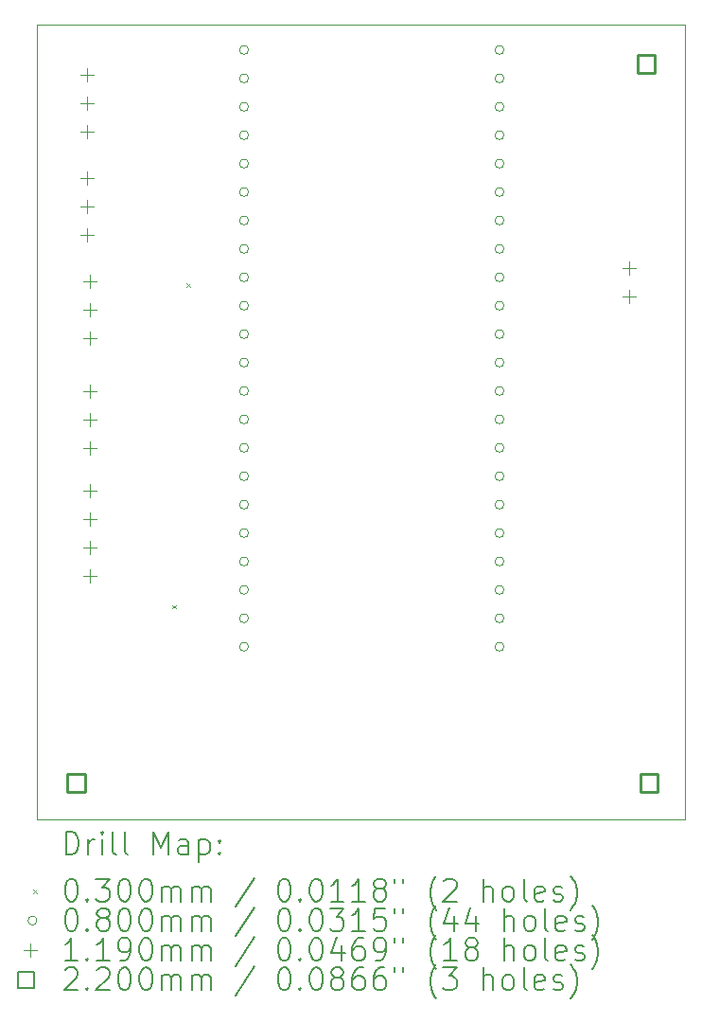
<source format=gbr>
%TF.GenerationSoftware,KiCad,Pcbnew,9.0.0*%
%TF.CreationDate,2025-07-09T15:47:30-04:00*%
%TF.ProjectId,SMACAR MAIN BOARD,534d4143-4152-4204-9d41-494e20424f41,rev?*%
%TF.SameCoordinates,Original*%
%TF.FileFunction,Drillmap*%
%TF.FilePolarity,Positive*%
%FSLAX45Y45*%
G04 Gerber Fmt 4.5, Leading zero omitted, Abs format (unit mm)*
G04 Created by KiCad (PCBNEW 9.0.0) date 2025-07-09 15:47:30*
%MOMM*%
%LPD*%
G01*
G04 APERTURE LIST*
%ADD10C,0.050000*%
%ADD11C,0.200000*%
%ADD12C,0.100000*%
%ADD13C,0.119000*%
%ADD14C,0.220000*%
G04 APERTURE END LIST*
D10*
X10250000Y-3050000D02*
X16050000Y-3050000D01*
X16050000Y-10150000D01*
X10250000Y-10150000D01*
X10250000Y-3050000D01*
D11*
D12*
X11460000Y-8235000D02*
X11490000Y-8265000D01*
X11490000Y-8235000D02*
X11460000Y-8265000D01*
X11585000Y-5360000D02*
X11615000Y-5390000D01*
X11615000Y-5360000D02*
X11585000Y-5390000D01*
X12140000Y-8100000D02*
G75*
G02*
X12060000Y-8100000I-40000J0D01*
G01*
X12060000Y-8100000D02*
G75*
G02*
X12140000Y-8100000I40000J0D01*
G01*
X12140000Y-8354000D02*
G75*
G02*
X12060000Y-8354000I-40000J0D01*
G01*
X12060000Y-8354000D02*
G75*
G02*
X12140000Y-8354000I40000J0D01*
G01*
X12140000Y-8608000D02*
G75*
G02*
X12060000Y-8608000I-40000J0D01*
G01*
X12060000Y-8608000D02*
G75*
G02*
X12140000Y-8608000I40000J0D01*
G01*
X12140368Y-3274272D02*
G75*
G02*
X12060368Y-3274272I-40000J0D01*
G01*
X12060368Y-3274272D02*
G75*
G02*
X12140368Y-3274272I40000J0D01*
G01*
X12140368Y-3528272D02*
G75*
G02*
X12060368Y-3528272I-40000J0D01*
G01*
X12060368Y-3528272D02*
G75*
G02*
X12140368Y-3528272I40000J0D01*
G01*
X12140368Y-3782272D02*
G75*
G02*
X12060368Y-3782272I-40000J0D01*
G01*
X12060368Y-3782272D02*
G75*
G02*
X12140368Y-3782272I40000J0D01*
G01*
X12140368Y-4036272D02*
G75*
G02*
X12060368Y-4036272I-40000J0D01*
G01*
X12060368Y-4036272D02*
G75*
G02*
X12140368Y-4036272I40000J0D01*
G01*
X12140368Y-4290272D02*
G75*
G02*
X12060368Y-4290272I-40000J0D01*
G01*
X12060368Y-4290272D02*
G75*
G02*
X12140368Y-4290272I40000J0D01*
G01*
X12140368Y-4544272D02*
G75*
G02*
X12060368Y-4544272I-40000J0D01*
G01*
X12060368Y-4544272D02*
G75*
G02*
X12140368Y-4544272I40000J0D01*
G01*
X12140368Y-4798272D02*
G75*
G02*
X12060368Y-4798272I-40000J0D01*
G01*
X12060368Y-4798272D02*
G75*
G02*
X12140368Y-4798272I40000J0D01*
G01*
X12140368Y-5052272D02*
G75*
G02*
X12060368Y-5052272I-40000J0D01*
G01*
X12060368Y-5052272D02*
G75*
G02*
X12140368Y-5052272I40000J0D01*
G01*
X12140368Y-5306272D02*
G75*
G02*
X12060368Y-5306272I-40000J0D01*
G01*
X12060368Y-5306272D02*
G75*
G02*
X12140368Y-5306272I40000J0D01*
G01*
X12140368Y-5560272D02*
G75*
G02*
X12060368Y-5560272I-40000J0D01*
G01*
X12060368Y-5560272D02*
G75*
G02*
X12140368Y-5560272I40000J0D01*
G01*
X12140368Y-5814272D02*
G75*
G02*
X12060368Y-5814272I-40000J0D01*
G01*
X12060368Y-5814272D02*
G75*
G02*
X12140368Y-5814272I40000J0D01*
G01*
X12140368Y-6068272D02*
G75*
G02*
X12060368Y-6068272I-40000J0D01*
G01*
X12060368Y-6068272D02*
G75*
G02*
X12140368Y-6068272I40000J0D01*
G01*
X12140368Y-6322272D02*
G75*
G02*
X12060368Y-6322272I-40000J0D01*
G01*
X12060368Y-6322272D02*
G75*
G02*
X12140368Y-6322272I40000J0D01*
G01*
X12140368Y-6576272D02*
G75*
G02*
X12060368Y-6576272I-40000J0D01*
G01*
X12060368Y-6576272D02*
G75*
G02*
X12140368Y-6576272I40000J0D01*
G01*
X12140368Y-6830272D02*
G75*
G02*
X12060368Y-6830272I-40000J0D01*
G01*
X12060368Y-6830272D02*
G75*
G02*
X12140368Y-6830272I40000J0D01*
G01*
X12140368Y-7084272D02*
G75*
G02*
X12060368Y-7084272I-40000J0D01*
G01*
X12060368Y-7084272D02*
G75*
G02*
X12140368Y-7084272I40000J0D01*
G01*
X12140368Y-7338272D02*
G75*
G02*
X12060368Y-7338272I-40000J0D01*
G01*
X12060368Y-7338272D02*
G75*
G02*
X12140368Y-7338272I40000J0D01*
G01*
X12140368Y-7592272D02*
G75*
G02*
X12060368Y-7592272I-40000J0D01*
G01*
X12060368Y-7592272D02*
G75*
G02*
X12140368Y-7592272I40000J0D01*
G01*
X12140368Y-7846272D02*
G75*
G02*
X12060368Y-7846272I-40000J0D01*
G01*
X12060368Y-7846272D02*
G75*
G02*
X12140368Y-7846272I40000J0D01*
G01*
X14426368Y-3274272D02*
G75*
G02*
X14346368Y-3274272I-40000J0D01*
G01*
X14346368Y-3274272D02*
G75*
G02*
X14426368Y-3274272I40000J0D01*
G01*
X14426368Y-3528272D02*
G75*
G02*
X14346368Y-3528272I-40000J0D01*
G01*
X14346368Y-3528272D02*
G75*
G02*
X14426368Y-3528272I40000J0D01*
G01*
X14426368Y-3782272D02*
G75*
G02*
X14346368Y-3782272I-40000J0D01*
G01*
X14346368Y-3782272D02*
G75*
G02*
X14426368Y-3782272I40000J0D01*
G01*
X14426368Y-4036272D02*
G75*
G02*
X14346368Y-4036272I-40000J0D01*
G01*
X14346368Y-4036272D02*
G75*
G02*
X14426368Y-4036272I40000J0D01*
G01*
X14426368Y-4290272D02*
G75*
G02*
X14346368Y-4290272I-40000J0D01*
G01*
X14346368Y-4290272D02*
G75*
G02*
X14426368Y-4290272I40000J0D01*
G01*
X14426368Y-4544272D02*
G75*
G02*
X14346368Y-4544272I-40000J0D01*
G01*
X14346368Y-4544272D02*
G75*
G02*
X14426368Y-4544272I40000J0D01*
G01*
X14426368Y-4798272D02*
G75*
G02*
X14346368Y-4798272I-40000J0D01*
G01*
X14346368Y-4798272D02*
G75*
G02*
X14426368Y-4798272I40000J0D01*
G01*
X14426368Y-5052272D02*
G75*
G02*
X14346368Y-5052272I-40000J0D01*
G01*
X14346368Y-5052272D02*
G75*
G02*
X14426368Y-5052272I40000J0D01*
G01*
X14426368Y-5306272D02*
G75*
G02*
X14346368Y-5306272I-40000J0D01*
G01*
X14346368Y-5306272D02*
G75*
G02*
X14426368Y-5306272I40000J0D01*
G01*
X14426368Y-5560272D02*
G75*
G02*
X14346368Y-5560272I-40000J0D01*
G01*
X14346368Y-5560272D02*
G75*
G02*
X14426368Y-5560272I40000J0D01*
G01*
X14426368Y-5814272D02*
G75*
G02*
X14346368Y-5814272I-40000J0D01*
G01*
X14346368Y-5814272D02*
G75*
G02*
X14426368Y-5814272I40000J0D01*
G01*
X14426368Y-6068272D02*
G75*
G02*
X14346368Y-6068272I-40000J0D01*
G01*
X14346368Y-6068272D02*
G75*
G02*
X14426368Y-6068272I40000J0D01*
G01*
X14426368Y-6322272D02*
G75*
G02*
X14346368Y-6322272I-40000J0D01*
G01*
X14346368Y-6322272D02*
G75*
G02*
X14426368Y-6322272I40000J0D01*
G01*
X14426368Y-6576272D02*
G75*
G02*
X14346368Y-6576272I-40000J0D01*
G01*
X14346368Y-6576272D02*
G75*
G02*
X14426368Y-6576272I40000J0D01*
G01*
X14426368Y-6830272D02*
G75*
G02*
X14346368Y-6830272I-40000J0D01*
G01*
X14346368Y-6830272D02*
G75*
G02*
X14426368Y-6830272I40000J0D01*
G01*
X14426368Y-7084272D02*
G75*
G02*
X14346368Y-7084272I-40000J0D01*
G01*
X14346368Y-7084272D02*
G75*
G02*
X14426368Y-7084272I40000J0D01*
G01*
X14426368Y-7338272D02*
G75*
G02*
X14346368Y-7338272I-40000J0D01*
G01*
X14346368Y-7338272D02*
G75*
G02*
X14426368Y-7338272I40000J0D01*
G01*
X14426368Y-7592272D02*
G75*
G02*
X14346368Y-7592272I-40000J0D01*
G01*
X14346368Y-7592272D02*
G75*
G02*
X14426368Y-7592272I40000J0D01*
G01*
X14426368Y-7846272D02*
G75*
G02*
X14346368Y-7846272I-40000J0D01*
G01*
X14346368Y-7846272D02*
G75*
G02*
X14426368Y-7846272I40000J0D01*
G01*
X14426368Y-8100272D02*
G75*
G02*
X14346368Y-8100272I-40000J0D01*
G01*
X14346368Y-8100272D02*
G75*
G02*
X14426368Y-8100272I40000J0D01*
G01*
X14426368Y-8354272D02*
G75*
G02*
X14346368Y-8354272I-40000J0D01*
G01*
X14346368Y-8354272D02*
G75*
G02*
X14426368Y-8354272I40000J0D01*
G01*
X14426368Y-8608272D02*
G75*
G02*
X14346368Y-8608272I-40000J0D01*
G01*
X14346368Y-8608272D02*
G75*
G02*
X14426368Y-8608272I40000J0D01*
G01*
D13*
X10700000Y-3436500D02*
X10700000Y-3555500D01*
X10640500Y-3496000D02*
X10759500Y-3496000D01*
X10700000Y-3690500D02*
X10700000Y-3809500D01*
X10640500Y-3750000D02*
X10759500Y-3750000D01*
X10700000Y-3944500D02*
X10700000Y-4063500D01*
X10640500Y-4004000D02*
X10759500Y-4004000D01*
X10700000Y-4361500D02*
X10700000Y-4480500D01*
X10640500Y-4421000D02*
X10759500Y-4421000D01*
X10700000Y-4615500D02*
X10700000Y-4734500D01*
X10640500Y-4675000D02*
X10759500Y-4675000D01*
X10700000Y-4869500D02*
X10700000Y-4988500D01*
X10640500Y-4929000D02*
X10759500Y-4929000D01*
X10721000Y-5286500D02*
X10721000Y-5405500D01*
X10661500Y-5346000D02*
X10780500Y-5346000D01*
X10721000Y-5540500D02*
X10721000Y-5659500D01*
X10661500Y-5600000D02*
X10780500Y-5600000D01*
X10721000Y-5794500D02*
X10721000Y-5913500D01*
X10661500Y-5854000D02*
X10780500Y-5854000D01*
X10725000Y-6261500D02*
X10725000Y-6380500D01*
X10665500Y-6321000D02*
X10784500Y-6321000D01*
X10725000Y-6515500D02*
X10725000Y-6634500D01*
X10665500Y-6575000D02*
X10784500Y-6575000D01*
X10725000Y-6769500D02*
X10725000Y-6888500D01*
X10665500Y-6829000D02*
X10784500Y-6829000D01*
X10725000Y-7157500D02*
X10725000Y-7276500D01*
X10665500Y-7217000D02*
X10784500Y-7217000D01*
X10725000Y-7411500D02*
X10725000Y-7530500D01*
X10665500Y-7471000D02*
X10784500Y-7471000D01*
X10725000Y-7665500D02*
X10725000Y-7784500D01*
X10665500Y-7725000D02*
X10784500Y-7725000D01*
X10725000Y-7919500D02*
X10725000Y-8038500D01*
X10665500Y-7979000D02*
X10784500Y-7979000D01*
X15548000Y-5163500D02*
X15548000Y-5282500D01*
X15488500Y-5223000D02*
X15607500Y-5223000D01*
X15548000Y-5417500D02*
X15548000Y-5536500D01*
X15488500Y-5477000D02*
X15607500Y-5477000D01*
D14*
X10677783Y-9902783D02*
X10677783Y-9747218D01*
X10522218Y-9747218D01*
X10522218Y-9902783D01*
X10677783Y-9902783D01*
X15777782Y-3477782D02*
X15777782Y-3322217D01*
X15622217Y-3322217D01*
X15622217Y-3477782D01*
X15777782Y-3477782D01*
X15802782Y-9902783D02*
X15802782Y-9747218D01*
X15647217Y-9747218D01*
X15647217Y-9902783D01*
X15802782Y-9902783D01*
D11*
X10508277Y-10463984D02*
X10508277Y-10263984D01*
X10508277Y-10263984D02*
X10555896Y-10263984D01*
X10555896Y-10263984D02*
X10584467Y-10273508D01*
X10584467Y-10273508D02*
X10603515Y-10292555D01*
X10603515Y-10292555D02*
X10613039Y-10311603D01*
X10613039Y-10311603D02*
X10622563Y-10349698D01*
X10622563Y-10349698D02*
X10622563Y-10378270D01*
X10622563Y-10378270D02*
X10613039Y-10416365D01*
X10613039Y-10416365D02*
X10603515Y-10435412D01*
X10603515Y-10435412D02*
X10584467Y-10454460D01*
X10584467Y-10454460D02*
X10555896Y-10463984D01*
X10555896Y-10463984D02*
X10508277Y-10463984D01*
X10708277Y-10463984D02*
X10708277Y-10330650D01*
X10708277Y-10368746D02*
X10717801Y-10349698D01*
X10717801Y-10349698D02*
X10727324Y-10340174D01*
X10727324Y-10340174D02*
X10746372Y-10330650D01*
X10746372Y-10330650D02*
X10765420Y-10330650D01*
X10832086Y-10463984D02*
X10832086Y-10330650D01*
X10832086Y-10263984D02*
X10822563Y-10273508D01*
X10822563Y-10273508D02*
X10832086Y-10283031D01*
X10832086Y-10283031D02*
X10841610Y-10273508D01*
X10841610Y-10273508D02*
X10832086Y-10263984D01*
X10832086Y-10263984D02*
X10832086Y-10283031D01*
X10955896Y-10463984D02*
X10936848Y-10454460D01*
X10936848Y-10454460D02*
X10927324Y-10435412D01*
X10927324Y-10435412D02*
X10927324Y-10263984D01*
X11060658Y-10463984D02*
X11041610Y-10454460D01*
X11041610Y-10454460D02*
X11032086Y-10435412D01*
X11032086Y-10435412D02*
X11032086Y-10263984D01*
X11289229Y-10463984D02*
X11289229Y-10263984D01*
X11289229Y-10263984D02*
X11355896Y-10406841D01*
X11355896Y-10406841D02*
X11422562Y-10263984D01*
X11422562Y-10263984D02*
X11422562Y-10463984D01*
X11603515Y-10463984D02*
X11603515Y-10359222D01*
X11603515Y-10359222D02*
X11593991Y-10340174D01*
X11593991Y-10340174D02*
X11574943Y-10330650D01*
X11574943Y-10330650D02*
X11536848Y-10330650D01*
X11536848Y-10330650D02*
X11517801Y-10340174D01*
X11603515Y-10454460D02*
X11584467Y-10463984D01*
X11584467Y-10463984D02*
X11536848Y-10463984D01*
X11536848Y-10463984D02*
X11517801Y-10454460D01*
X11517801Y-10454460D02*
X11508277Y-10435412D01*
X11508277Y-10435412D02*
X11508277Y-10416365D01*
X11508277Y-10416365D02*
X11517801Y-10397317D01*
X11517801Y-10397317D02*
X11536848Y-10387793D01*
X11536848Y-10387793D02*
X11584467Y-10387793D01*
X11584467Y-10387793D02*
X11603515Y-10378270D01*
X11698753Y-10330650D02*
X11698753Y-10530650D01*
X11698753Y-10340174D02*
X11717801Y-10330650D01*
X11717801Y-10330650D02*
X11755896Y-10330650D01*
X11755896Y-10330650D02*
X11774943Y-10340174D01*
X11774943Y-10340174D02*
X11784467Y-10349698D01*
X11784467Y-10349698D02*
X11793991Y-10368746D01*
X11793991Y-10368746D02*
X11793991Y-10425889D01*
X11793991Y-10425889D02*
X11784467Y-10444936D01*
X11784467Y-10444936D02*
X11774943Y-10454460D01*
X11774943Y-10454460D02*
X11755896Y-10463984D01*
X11755896Y-10463984D02*
X11717801Y-10463984D01*
X11717801Y-10463984D02*
X11698753Y-10454460D01*
X11879705Y-10444936D02*
X11889229Y-10454460D01*
X11889229Y-10454460D02*
X11879705Y-10463984D01*
X11879705Y-10463984D02*
X11870182Y-10454460D01*
X11870182Y-10454460D02*
X11879705Y-10444936D01*
X11879705Y-10444936D02*
X11879705Y-10463984D01*
X11879705Y-10340174D02*
X11889229Y-10349698D01*
X11889229Y-10349698D02*
X11879705Y-10359222D01*
X11879705Y-10359222D02*
X11870182Y-10349698D01*
X11870182Y-10349698D02*
X11879705Y-10340174D01*
X11879705Y-10340174D02*
X11879705Y-10359222D01*
D12*
X10217500Y-10777500D02*
X10247500Y-10807500D01*
X10247500Y-10777500D02*
X10217500Y-10807500D01*
D11*
X10546372Y-10683984D02*
X10565420Y-10683984D01*
X10565420Y-10683984D02*
X10584467Y-10693508D01*
X10584467Y-10693508D02*
X10593991Y-10703031D01*
X10593991Y-10703031D02*
X10603515Y-10722079D01*
X10603515Y-10722079D02*
X10613039Y-10760174D01*
X10613039Y-10760174D02*
X10613039Y-10807793D01*
X10613039Y-10807793D02*
X10603515Y-10845889D01*
X10603515Y-10845889D02*
X10593991Y-10864936D01*
X10593991Y-10864936D02*
X10584467Y-10874460D01*
X10584467Y-10874460D02*
X10565420Y-10883984D01*
X10565420Y-10883984D02*
X10546372Y-10883984D01*
X10546372Y-10883984D02*
X10527324Y-10874460D01*
X10527324Y-10874460D02*
X10517801Y-10864936D01*
X10517801Y-10864936D02*
X10508277Y-10845889D01*
X10508277Y-10845889D02*
X10498753Y-10807793D01*
X10498753Y-10807793D02*
X10498753Y-10760174D01*
X10498753Y-10760174D02*
X10508277Y-10722079D01*
X10508277Y-10722079D02*
X10517801Y-10703031D01*
X10517801Y-10703031D02*
X10527324Y-10693508D01*
X10527324Y-10693508D02*
X10546372Y-10683984D01*
X10698753Y-10864936D02*
X10708277Y-10874460D01*
X10708277Y-10874460D02*
X10698753Y-10883984D01*
X10698753Y-10883984D02*
X10689229Y-10874460D01*
X10689229Y-10874460D02*
X10698753Y-10864936D01*
X10698753Y-10864936D02*
X10698753Y-10883984D01*
X10774944Y-10683984D02*
X10898753Y-10683984D01*
X10898753Y-10683984D02*
X10832086Y-10760174D01*
X10832086Y-10760174D02*
X10860658Y-10760174D01*
X10860658Y-10760174D02*
X10879705Y-10769698D01*
X10879705Y-10769698D02*
X10889229Y-10779222D01*
X10889229Y-10779222D02*
X10898753Y-10798270D01*
X10898753Y-10798270D02*
X10898753Y-10845889D01*
X10898753Y-10845889D02*
X10889229Y-10864936D01*
X10889229Y-10864936D02*
X10879705Y-10874460D01*
X10879705Y-10874460D02*
X10860658Y-10883984D01*
X10860658Y-10883984D02*
X10803515Y-10883984D01*
X10803515Y-10883984D02*
X10784467Y-10874460D01*
X10784467Y-10874460D02*
X10774944Y-10864936D01*
X11022563Y-10683984D02*
X11041610Y-10683984D01*
X11041610Y-10683984D02*
X11060658Y-10693508D01*
X11060658Y-10693508D02*
X11070182Y-10703031D01*
X11070182Y-10703031D02*
X11079705Y-10722079D01*
X11079705Y-10722079D02*
X11089229Y-10760174D01*
X11089229Y-10760174D02*
X11089229Y-10807793D01*
X11089229Y-10807793D02*
X11079705Y-10845889D01*
X11079705Y-10845889D02*
X11070182Y-10864936D01*
X11070182Y-10864936D02*
X11060658Y-10874460D01*
X11060658Y-10874460D02*
X11041610Y-10883984D01*
X11041610Y-10883984D02*
X11022563Y-10883984D01*
X11022563Y-10883984D02*
X11003515Y-10874460D01*
X11003515Y-10874460D02*
X10993991Y-10864936D01*
X10993991Y-10864936D02*
X10984467Y-10845889D01*
X10984467Y-10845889D02*
X10974944Y-10807793D01*
X10974944Y-10807793D02*
X10974944Y-10760174D01*
X10974944Y-10760174D02*
X10984467Y-10722079D01*
X10984467Y-10722079D02*
X10993991Y-10703031D01*
X10993991Y-10703031D02*
X11003515Y-10693508D01*
X11003515Y-10693508D02*
X11022563Y-10683984D01*
X11213039Y-10683984D02*
X11232086Y-10683984D01*
X11232086Y-10683984D02*
X11251134Y-10693508D01*
X11251134Y-10693508D02*
X11260658Y-10703031D01*
X11260658Y-10703031D02*
X11270182Y-10722079D01*
X11270182Y-10722079D02*
X11279705Y-10760174D01*
X11279705Y-10760174D02*
X11279705Y-10807793D01*
X11279705Y-10807793D02*
X11270182Y-10845889D01*
X11270182Y-10845889D02*
X11260658Y-10864936D01*
X11260658Y-10864936D02*
X11251134Y-10874460D01*
X11251134Y-10874460D02*
X11232086Y-10883984D01*
X11232086Y-10883984D02*
X11213039Y-10883984D01*
X11213039Y-10883984D02*
X11193991Y-10874460D01*
X11193991Y-10874460D02*
X11184467Y-10864936D01*
X11184467Y-10864936D02*
X11174944Y-10845889D01*
X11174944Y-10845889D02*
X11165420Y-10807793D01*
X11165420Y-10807793D02*
X11165420Y-10760174D01*
X11165420Y-10760174D02*
X11174944Y-10722079D01*
X11174944Y-10722079D02*
X11184467Y-10703031D01*
X11184467Y-10703031D02*
X11193991Y-10693508D01*
X11193991Y-10693508D02*
X11213039Y-10683984D01*
X11365420Y-10883984D02*
X11365420Y-10750650D01*
X11365420Y-10769698D02*
X11374943Y-10760174D01*
X11374943Y-10760174D02*
X11393991Y-10750650D01*
X11393991Y-10750650D02*
X11422563Y-10750650D01*
X11422563Y-10750650D02*
X11441610Y-10760174D01*
X11441610Y-10760174D02*
X11451134Y-10779222D01*
X11451134Y-10779222D02*
X11451134Y-10883984D01*
X11451134Y-10779222D02*
X11460658Y-10760174D01*
X11460658Y-10760174D02*
X11479705Y-10750650D01*
X11479705Y-10750650D02*
X11508277Y-10750650D01*
X11508277Y-10750650D02*
X11527324Y-10760174D01*
X11527324Y-10760174D02*
X11536848Y-10779222D01*
X11536848Y-10779222D02*
X11536848Y-10883984D01*
X11632086Y-10883984D02*
X11632086Y-10750650D01*
X11632086Y-10769698D02*
X11641610Y-10760174D01*
X11641610Y-10760174D02*
X11660658Y-10750650D01*
X11660658Y-10750650D02*
X11689229Y-10750650D01*
X11689229Y-10750650D02*
X11708277Y-10760174D01*
X11708277Y-10760174D02*
X11717801Y-10779222D01*
X11717801Y-10779222D02*
X11717801Y-10883984D01*
X11717801Y-10779222D02*
X11727324Y-10760174D01*
X11727324Y-10760174D02*
X11746372Y-10750650D01*
X11746372Y-10750650D02*
X11774943Y-10750650D01*
X11774943Y-10750650D02*
X11793991Y-10760174D01*
X11793991Y-10760174D02*
X11803515Y-10779222D01*
X11803515Y-10779222D02*
X11803515Y-10883984D01*
X12193991Y-10674460D02*
X12022563Y-10931603D01*
X12451134Y-10683984D02*
X12470182Y-10683984D01*
X12470182Y-10683984D02*
X12489229Y-10693508D01*
X12489229Y-10693508D02*
X12498753Y-10703031D01*
X12498753Y-10703031D02*
X12508277Y-10722079D01*
X12508277Y-10722079D02*
X12517801Y-10760174D01*
X12517801Y-10760174D02*
X12517801Y-10807793D01*
X12517801Y-10807793D02*
X12508277Y-10845889D01*
X12508277Y-10845889D02*
X12498753Y-10864936D01*
X12498753Y-10864936D02*
X12489229Y-10874460D01*
X12489229Y-10874460D02*
X12470182Y-10883984D01*
X12470182Y-10883984D02*
X12451134Y-10883984D01*
X12451134Y-10883984D02*
X12432086Y-10874460D01*
X12432086Y-10874460D02*
X12422563Y-10864936D01*
X12422563Y-10864936D02*
X12413039Y-10845889D01*
X12413039Y-10845889D02*
X12403515Y-10807793D01*
X12403515Y-10807793D02*
X12403515Y-10760174D01*
X12403515Y-10760174D02*
X12413039Y-10722079D01*
X12413039Y-10722079D02*
X12422563Y-10703031D01*
X12422563Y-10703031D02*
X12432086Y-10693508D01*
X12432086Y-10693508D02*
X12451134Y-10683984D01*
X12603515Y-10864936D02*
X12613039Y-10874460D01*
X12613039Y-10874460D02*
X12603515Y-10883984D01*
X12603515Y-10883984D02*
X12593991Y-10874460D01*
X12593991Y-10874460D02*
X12603515Y-10864936D01*
X12603515Y-10864936D02*
X12603515Y-10883984D01*
X12736848Y-10683984D02*
X12755896Y-10683984D01*
X12755896Y-10683984D02*
X12774944Y-10693508D01*
X12774944Y-10693508D02*
X12784467Y-10703031D01*
X12784467Y-10703031D02*
X12793991Y-10722079D01*
X12793991Y-10722079D02*
X12803515Y-10760174D01*
X12803515Y-10760174D02*
X12803515Y-10807793D01*
X12803515Y-10807793D02*
X12793991Y-10845889D01*
X12793991Y-10845889D02*
X12784467Y-10864936D01*
X12784467Y-10864936D02*
X12774944Y-10874460D01*
X12774944Y-10874460D02*
X12755896Y-10883984D01*
X12755896Y-10883984D02*
X12736848Y-10883984D01*
X12736848Y-10883984D02*
X12717801Y-10874460D01*
X12717801Y-10874460D02*
X12708277Y-10864936D01*
X12708277Y-10864936D02*
X12698753Y-10845889D01*
X12698753Y-10845889D02*
X12689229Y-10807793D01*
X12689229Y-10807793D02*
X12689229Y-10760174D01*
X12689229Y-10760174D02*
X12698753Y-10722079D01*
X12698753Y-10722079D02*
X12708277Y-10703031D01*
X12708277Y-10703031D02*
X12717801Y-10693508D01*
X12717801Y-10693508D02*
X12736848Y-10683984D01*
X12993991Y-10883984D02*
X12879706Y-10883984D01*
X12936848Y-10883984D02*
X12936848Y-10683984D01*
X12936848Y-10683984D02*
X12917801Y-10712555D01*
X12917801Y-10712555D02*
X12898753Y-10731603D01*
X12898753Y-10731603D02*
X12879706Y-10741127D01*
X13184467Y-10883984D02*
X13070182Y-10883984D01*
X13127325Y-10883984D02*
X13127325Y-10683984D01*
X13127325Y-10683984D02*
X13108277Y-10712555D01*
X13108277Y-10712555D02*
X13089229Y-10731603D01*
X13089229Y-10731603D02*
X13070182Y-10741127D01*
X13298753Y-10769698D02*
X13279706Y-10760174D01*
X13279706Y-10760174D02*
X13270182Y-10750650D01*
X13270182Y-10750650D02*
X13260658Y-10731603D01*
X13260658Y-10731603D02*
X13260658Y-10722079D01*
X13260658Y-10722079D02*
X13270182Y-10703031D01*
X13270182Y-10703031D02*
X13279706Y-10693508D01*
X13279706Y-10693508D02*
X13298753Y-10683984D01*
X13298753Y-10683984D02*
X13336848Y-10683984D01*
X13336848Y-10683984D02*
X13355896Y-10693508D01*
X13355896Y-10693508D02*
X13365420Y-10703031D01*
X13365420Y-10703031D02*
X13374944Y-10722079D01*
X13374944Y-10722079D02*
X13374944Y-10731603D01*
X13374944Y-10731603D02*
X13365420Y-10750650D01*
X13365420Y-10750650D02*
X13355896Y-10760174D01*
X13355896Y-10760174D02*
X13336848Y-10769698D01*
X13336848Y-10769698D02*
X13298753Y-10769698D01*
X13298753Y-10769698D02*
X13279706Y-10779222D01*
X13279706Y-10779222D02*
X13270182Y-10788746D01*
X13270182Y-10788746D02*
X13260658Y-10807793D01*
X13260658Y-10807793D02*
X13260658Y-10845889D01*
X13260658Y-10845889D02*
X13270182Y-10864936D01*
X13270182Y-10864936D02*
X13279706Y-10874460D01*
X13279706Y-10874460D02*
X13298753Y-10883984D01*
X13298753Y-10883984D02*
X13336848Y-10883984D01*
X13336848Y-10883984D02*
X13355896Y-10874460D01*
X13355896Y-10874460D02*
X13365420Y-10864936D01*
X13365420Y-10864936D02*
X13374944Y-10845889D01*
X13374944Y-10845889D02*
X13374944Y-10807793D01*
X13374944Y-10807793D02*
X13365420Y-10788746D01*
X13365420Y-10788746D02*
X13355896Y-10779222D01*
X13355896Y-10779222D02*
X13336848Y-10769698D01*
X13451134Y-10683984D02*
X13451134Y-10722079D01*
X13527325Y-10683984D02*
X13527325Y-10722079D01*
X13822563Y-10960174D02*
X13813039Y-10950650D01*
X13813039Y-10950650D02*
X13793991Y-10922079D01*
X13793991Y-10922079D02*
X13784468Y-10903031D01*
X13784468Y-10903031D02*
X13774944Y-10874460D01*
X13774944Y-10874460D02*
X13765420Y-10826841D01*
X13765420Y-10826841D02*
X13765420Y-10788746D01*
X13765420Y-10788746D02*
X13774944Y-10741127D01*
X13774944Y-10741127D02*
X13784468Y-10712555D01*
X13784468Y-10712555D02*
X13793991Y-10693508D01*
X13793991Y-10693508D02*
X13813039Y-10664936D01*
X13813039Y-10664936D02*
X13822563Y-10655412D01*
X13889229Y-10703031D02*
X13898753Y-10693508D01*
X13898753Y-10693508D02*
X13917801Y-10683984D01*
X13917801Y-10683984D02*
X13965420Y-10683984D01*
X13965420Y-10683984D02*
X13984468Y-10693508D01*
X13984468Y-10693508D02*
X13993991Y-10703031D01*
X13993991Y-10703031D02*
X14003515Y-10722079D01*
X14003515Y-10722079D02*
X14003515Y-10741127D01*
X14003515Y-10741127D02*
X13993991Y-10769698D01*
X13993991Y-10769698D02*
X13879706Y-10883984D01*
X13879706Y-10883984D02*
X14003515Y-10883984D01*
X14241610Y-10883984D02*
X14241610Y-10683984D01*
X14327325Y-10883984D02*
X14327325Y-10779222D01*
X14327325Y-10779222D02*
X14317801Y-10760174D01*
X14317801Y-10760174D02*
X14298753Y-10750650D01*
X14298753Y-10750650D02*
X14270182Y-10750650D01*
X14270182Y-10750650D02*
X14251134Y-10760174D01*
X14251134Y-10760174D02*
X14241610Y-10769698D01*
X14451134Y-10883984D02*
X14432087Y-10874460D01*
X14432087Y-10874460D02*
X14422563Y-10864936D01*
X14422563Y-10864936D02*
X14413039Y-10845889D01*
X14413039Y-10845889D02*
X14413039Y-10788746D01*
X14413039Y-10788746D02*
X14422563Y-10769698D01*
X14422563Y-10769698D02*
X14432087Y-10760174D01*
X14432087Y-10760174D02*
X14451134Y-10750650D01*
X14451134Y-10750650D02*
X14479706Y-10750650D01*
X14479706Y-10750650D02*
X14498753Y-10760174D01*
X14498753Y-10760174D02*
X14508277Y-10769698D01*
X14508277Y-10769698D02*
X14517801Y-10788746D01*
X14517801Y-10788746D02*
X14517801Y-10845889D01*
X14517801Y-10845889D02*
X14508277Y-10864936D01*
X14508277Y-10864936D02*
X14498753Y-10874460D01*
X14498753Y-10874460D02*
X14479706Y-10883984D01*
X14479706Y-10883984D02*
X14451134Y-10883984D01*
X14632087Y-10883984D02*
X14613039Y-10874460D01*
X14613039Y-10874460D02*
X14603515Y-10855412D01*
X14603515Y-10855412D02*
X14603515Y-10683984D01*
X14784468Y-10874460D02*
X14765420Y-10883984D01*
X14765420Y-10883984D02*
X14727325Y-10883984D01*
X14727325Y-10883984D02*
X14708277Y-10874460D01*
X14708277Y-10874460D02*
X14698753Y-10855412D01*
X14698753Y-10855412D02*
X14698753Y-10779222D01*
X14698753Y-10779222D02*
X14708277Y-10760174D01*
X14708277Y-10760174D02*
X14727325Y-10750650D01*
X14727325Y-10750650D02*
X14765420Y-10750650D01*
X14765420Y-10750650D02*
X14784468Y-10760174D01*
X14784468Y-10760174D02*
X14793991Y-10779222D01*
X14793991Y-10779222D02*
X14793991Y-10798270D01*
X14793991Y-10798270D02*
X14698753Y-10817317D01*
X14870182Y-10874460D02*
X14889230Y-10883984D01*
X14889230Y-10883984D02*
X14927325Y-10883984D01*
X14927325Y-10883984D02*
X14946372Y-10874460D01*
X14946372Y-10874460D02*
X14955896Y-10855412D01*
X14955896Y-10855412D02*
X14955896Y-10845889D01*
X14955896Y-10845889D02*
X14946372Y-10826841D01*
X14946372Y-10826841D02*
X14927325Y-10817317D01*
X14927325Y-10817317D02*
X14898753Y-10817317D01*
X14898753Y-10817317D02*
X14879706Y-10807793D01*
X14879706Y-10807793D02*
X14870182Y-10788746D01*
X14870182Y-10788746D02*
X14870182Y-10779222D01*
X14870182Y-10779222D02*
X14879706Y-10760174D01*
X14879706Y-10760174D02*
X14898753Y-10750650D01*
X14898753Y-10750650D02*
X14927325Y-10750650D01*
X14927325Y-10750650D02*
X14946372Y-10760174D01*
X15022563Y-10960174D02*
X15032087Y-10950650D01*
X15032087Y-10950650D02*
X15051134Y-10922079D01*
X15051134Y-10922079D02*
X15060658Y-10903031D01*
X15060658Y-10903031D02*
X15070182Y-10874460D01*
X15070182Y-10874460D02*
X15079706Y-10826841D01*
X15079706Y-10826841D02*
X15079706Y-10788746D01*
X15079706Y-10788746D02*
X15070182Y-10741127D01*
X15070182Y-10741127D02*
X15060658Y-10712555D01*
X15060658Y-10712555D02*
X15051134Y-10693508D01*
X15051134Y-10693508D02*
X15032087Y-10664936D01*
X15032087Y-10664936D02*
X15022563Y-10655412D01*
D12*
X10247500Y-11056500D02*
G75*
G02*
X10167500Y-11056500I-40000J0D01*
G01*
X10167500Y-11056500D02*
G75*
G02*
X10247500Y-11056500I40000J0D01*
G01*
D11*
X10546372Y-10947984D02*
X10565420Y-10947984D01*
X10565420Y-10947984D02*
X10584467Y-10957508D01*
X10584467Y-10957508D02*
X10593991Y-10967031D01*
X10593991Y-10967031D02*
X10603515Y-10986079D01*
X10603515Y-10986079D02*
X10613039Y-11024174D01*
X10613039Y-11024174D02*
X10613039Y-11071793D01*
X10613039Y-11071793D02*
X10603515Y-11109889D01*
X10603515Y-11109889D02*
X10593991Y-11128936D01*
X10593991Y-11128936D02*
X10584467Y-11138460D01*
X10584467Y-11138460D02*
X10565420Y-11147984D01*
X10565420Y-11147984D02*
X10546372Y-11147984D01*
X10546372Y-11147984D02*
X10527324Y-11138460D01*
X10527324Y-11138460D02*
X10517801Y-11128936D01*
X10517801Y-11128936D02*
X10508277Y-11109889D01*
X10508277Y-11109889D02*
X10498753Y-11071793D01*
X10498753Y-11071793D02*
X10498753Y-11024174D01*
X10498753Y-11024174D02*
X10508277Y-10986079D01*
X10508277Y-10986079D02*
X10517801Y-10967031D01*
X10517801Y-10967031D02*
X10527324Y-10957508D01*
X10527324Y-10957508D02*
X10546372Y-10947984D01*
X10698753Y-11128936D02*
X10708277Y-11138460D01*
X10708277Y-11138460D02*
X10698753Y-11147984D01*
X10698753Y-11147984D02*
X10689229Y-11138460D01*
X10689229Y-11138460D02*
X10698753Y-11128936D01*
X10698753Y-11128936D02*
X10698753Y-11147984D01*
X10822563Y-11033698D02*
X10803515Y-11024174D01*
X10803515Y-11024174D02*
X10793991Y-11014650D01*
X10793991Y-11014650D02*
X10784467Y-10995603D01*
X10784467Y-10995603D02*
X10784467Y-10986079D01*
X10784467Y-10986079D02*
X10793991Y-10967031D01*
X10793991Y-10967031D02*
X10803515Y-10957508D01*
X10803515Y-10957508D02*
X10822563Y-10947984D01*
X10822563Y-10947984D02*
X10860658Y-10947984D01*
X10860658Y-10947984D02*
X10879705Y-10957508D01*
X10879705Y-10957508D02*
X10889229Y-10967031D01*
X10889229Y-10967031D02*
X10898753Y-10986079D01*
X10898753Y-10986079D02*
X10898753Y-10995603D01*
X10898753Y-10995603D02*
X10889229Y-11014650D01*
X10889229Y-11014650D02*
X10879705Y-11024174D01*
X10879705Y-11024174D02*
X10860658Y-11033698D01*
X10860658Y-11033698D02*
X10822563Y-11033698D01*
X10822563Y-11033698D02*
X10803515Y-11043222D01*
X10803515Y-11043222D02*
X10793991Y-11052746D01*
X10793991Y-11052746D02*
X10784467Y-11071793D01*
X10784467Y-11071793D02*
X10784467Y-11109889D01*
X10784467Y-11109889D02*
X10793991Y-11128936D01*
X10793991Y-11128936D02*
X10803515Y-11138460D01*
X10803515Y-11138460D02*
X10822563Y-11147984D01*
X10822563Y-11147984D02*
X10860658Y-11147984D01*
X10860658Y-11147984D02*
X10879705Y-11138460D01*
X10879705Y-11138460D02*
X10889229Y-11128936D01*
X10889229Y-11128936D02*
X10898753Y-11109889D01*
X10898753Y-11109889D02*
X10898753Y-11071793D01*
X10898753Y-11071793D02*
X10889229Y-11052746D01*
X10889229Y-11052746D02*
X10879705Y-11043222D01*
X10879705Y-11043222D02*
X10860658Y-11033698D01*
X11022563Y-10947984D02*
X11041610Y-10947984D01*
X11041610Y-10947984D02*
X11060658Y-10957508D01*
X11060658Y-10957508D02*
X11070182Y-10967031D01*
X11070182Y-10967031D02*
X11079705Y-10986079D01*
X11079705Y-10986079D02*
X11089229Y-11024174D01*
X11089229Y-11024174D02*
X11089229Y-11071793D01*
X11089229Y-11071793D02*
X11079705Y-11109889D01*
X11079705Y-11109889D02*
X11070182Y-11128936D01*
X11070182Y-11128936D02*
X11060658Y-11138460D01*
X11060658Y-11138460D02*
X11041610Y-11147984D01*
X11041610Y-11147984D02*
X11022563Y-11147984D01*
X11022563Y-11147984D02*
X11003515Y-11138460D01*
X11003515Y-11138460D02*
X10993991Y-11128936D01*
X10993991Y-11128936D02*
X10984467Y-11109889D01*
X10984467Y-11109889D02*
X10974944Y-11071793D01*
X10974944Y-11071793D02*
X10974944Y-11024174D01*
X10974944Y-11024174D02*
X10984467Y-10986079D01*
X10984467Y-10986079D02*
X10993991Y-10967031D01*
X10993991Y-10967031D02*
X11003515Y-10957508D01*
X11003515Y-10957508D02*
X11022563Y-10947984D01*
X11213039Y-10947984D02*
X11232086Y-10947984D01*
X11232086Y-10947984D02*
X11251134Y-10957508D01*
X11251134Y-10957508D02*
X11260658Y-10967031D01*
X11260658Y-10967031D02*
X11270182Y-10986079D01*
X11270182Y-10986079D02*
X11279705Y-11024174D01*
X11279705Y-11024174D02*
X11279705Y-11071793D01*
X11279705Y-11071793D02*
X11270182Y-11109889D01*
X11270182Y-11109889D02*
X11260658Y-11128936D01*
X11260658Y-11128936D02*
X11251134Y-11138460D01*
X11251134Y-11138460D02*
X11232086Y-11147984D01*
X11232086Y-11147984D02*
X11213039Y-11147984D01*
X11213039Y-11147984D02*
X11193991Y-11138460D01*
X11193991Y-11138460D02*
X11184467Y-11128936D01*
X11184467Y-11128936D02*
X11174944Y-11109889D01*
X11174944Y-11109889D02*
X11165420Y-11071793D01*
X11165420Y-11071793D02*
X11165420Y-11024174D01*
X11165420Y-11024174D02*
X11174944Y-10986079D01*
X11174944Y-10986079D02*
X11184467Y-10967031D01*
X11184467Y-10967031D02*
X11193991Y-10957508D01*
X11193991Y-10957508D02*
X11213039Y-10947984D01*
X11365420Y-11147984D02*
X11365420Y-11014650D01*
X11365420Y-11033698D02*
X11374943Y-11024174D01*
X11374943Y-11024174D02*
X11393991Y-11014650D01*
X11393991Y-11014650D02*
X11422563Y-11014650D01*
X11422563Y-11014650D02*
X11441610Y-11024174D01*
X11441610Y-11024174D02*
X11451134Y-11043222D01*
X11451134Y-11043222D02*
X11451134Y-11147984D01*
X11451134Y-11043222D02*
X11460658Y-11024174D01*
X11460658Y-11024174D02*
X11479705Y-11014650D01*
X11479705Y-11014650D02*
X11508277Y-11014650D01*
X11508277Y-11014650D02*
X11527324Y-11024174D01*
X11527324Y-11024174D02*
X11536848Y-11043222D01*
X11536848Y-11043222D02*
X11536848Y-11147984D01*
X11632086Y-11147984D02*
X11632086Y-11014650D01*
X11632086Y-11033698D02*
X11641610Y-11024174D01*
X11641610Y-11024174D02*
X11660658Y-11014650D01*
X11660658Y-11014650D02*
X11689229Y-11014650D01*
X11689229Y-11014650D02*
X11708277Y-11024174D01*
X11708277Y-11024174D02*
X11717801Y-11043222D01*
X11717801Y-11043222D02*
X11717801Y-11147984D01*
X11717801Y-11043222D02*
X11727324Y-11024174D01*
X11727324Y-11024174D02*
X11746372Y-11014650D01*
X11746372Y-11014650D02*
X11774943Y-11014650D01*
X11774943Y-11014650D02*
X11793991Y-11024174D01*
X11793991Y-11024174D02*
X11803515Y-11043222D01*
X11803515Y-11043222D02*
X11803515Y-11147984D01*
X12193991Y-10938460D02*
X12022563Y-11195603D01*
X12451134Y-10947984D02*
X12470182Y-10947984D01*
X12470182Y-10947984D02*
X12489229Y-10957508D01*
X12489229Y-10957508D02*
X12498753Y-10967031D01*
X12498753Y-10967031D02*
X12508277Y-10986079D01*
X12508277Y-10986079D02*
X12517801Y-11024174D01*
X12517801Y-11024174D02*
X12517801Y-11071793D01*
X12517801Y-11071793D02*
X12508277Y-11109889D01*
X12508277Y-11109889D02*
X12498753Y-11128936D01*
X12498753Y-11128936D02*
X12489229Y-11138460D01*
X12489229Y-11138460D02*
X12470182Y-11147984D01*
X12470182Y-11147984D02*
X12451134Y-11147984D01*
X12451134Y-11147984D02*
X12432086Y-11138460D01*
X12432086Y-11138460D02*
X12422563Y-11128936D01*
X12422563Y-11128936D02*
X12413039Y-11109889D01*
X12413039Y-11109889D02*
X12403515Y-11071793D01*
X12403515Y-11071793D02*
X12403515Y-11024174D01*
X12403515Y-11024174D02*
X12413039Y-10986079D01*
X12413039Y-10986079D02*
X12422563Y-10967031D01*
X12422563Y-10967031D02*
X12432086Y-10957508D01*
X12432086Y-10957508D02*
X12451134Y-10947984D01*
X12603515Y-11128936D02*
X12613039Y-11138460D01*
X12613039Y-11138460D02*
X12603515Y-11147984D01*
X12603515Y-11147984D02*
X12593991Y-11138460D01*
X12593991Y-11138460D02*
X12603515Y-11128936D01*
X12603515Y-11128936D02*
X12603515Y-11147984D01*
X12736848Y-10947984D02*
X12755896Y-10947984D01*
X12755896Y-10947984D02*
X12774944Y-10957508D01*
X12774944Y-10957508D02*
X12784467Y-10967031D01*
X12784467Y-10967031D02*
X12793991Y-10986079D01*
X12793991Y-10986079D02*
X12803515Y-11024174D01*
X12803515Y-11024174D02*
X12803515Y-11071793D01*
X12803515Y-11071793D02*
X12793991Y-11109889D01*
X12793991Y-11109889D02*
X12784467Y-11128936D01*
X12784467Y-11128936D02*
X12774944Y-11138460D01*
X12774944Y-11138460D02*
X12755896Y-11147984D01*
X12755896Y-11147984D02*
X12736848Y-11147984D01*
X12736848Y-11147984D02*
X12717801Y-11138460D01*
X12717801Y-11138460D02*
X12708277Y-11128936D01*
X12708277Y-11128936D02*
X12698753Y-11109889D01*
X12698753Y-11109889D02*
X12689229Y-11071793D01*
X12689229Y-11071793D02*
X12689229Y-11024174D01*
X12689229Y-11024174D02*
X12698753Y-10986079D01*
X12698753Y-10986079D02*
X12708277Y-10967031D01*
X12708277Y-10967031D02*
X12717801Y-10957508D01*
X12717801Y-10957508D02*
X12736848Y-10947984D01*
X12870182Y-10947984D02*
X12993991Y-10947984D01*
X12993991Y-10947984D02*
X12927325Y-11024174D01*
X12927325Y-11024174D02*
X12955896Y-11024174D01*
X12955896Y-11024174D02*
X12974944Y-11033698D01*
X12974944Y-11033698D02*
X12984467Y-11043222D01*
X12984467Y-11043222D02*
X12993991Y-11062270D01*
X12993991Y-11062270D02*
X12993991Y-11109889D01*
X12993991Y-11109889D02*
X12984467Y-11128936D01*
X12984467Y-11128936D02*
X12974944Y-11138460D01*
X12974944Y-11138460D02*
X12955896Y-11147984D01*
X12955896Y-11147984D02*
X12898753Y-11147984D01*
X12898753Y-11147984D02*
X12879706Y-11138460D01*
X12879706Y-11138460D02*
X12870182Y-11128936D01*
X13184467Y-11147984D02*
X13070182Y-11147984D01*
X13127325Y-11147984D02*
X13127325Y-10947984D01*
X13127325Y-10947984D02*
X13108277Y-10976555D01*
X13108277Y-10976555D02*
X13089229Y-10995603D01*
X13089229Y-10995603D02*
X13070182Y-11005127D01*
X13365420Y-10947984D02*
X13270182Y-10947984D01*
X13270182Y-10947984D02*
X13260658Y-11043222D01*
X13260658Y-11043222D02*
X13270182Y-11033698D01*
X13270182Y-11033698D02*
X13289229Y-11024174D01*
X13289229Y-11024174D02*
X13336848Y-11024174D01*
X13336848Y-11024174D02*
X13355896Y-11033698D01*
X13355896Y-11033698D02*
X13365420Y-11043222D01*
X13365420Y-11043222D02*
X13374944Y-11062270D01*
X13374944Y-11062270D02*
X13374944Y-11109889D01*
X13374944Y-11109889D02*
X13365420Y-11128936D01*
X13365420Y-11128936D02*
X13355896Y-11138460D01*
X13355896Y-11138460D02*
X13336848Y-11147984D01*
X13336848Y-11147984D02*
X13289229Y-11147984D01*
X13289229Y-11147984D02*
X13270182Y-11138460D01*
X13270182Y-11138460D02*
X13260658Y-11128936D01*
X13451134Y-10947984D02*
X13451134Y-10986079D01*
X13527325Y-10947984D02*
X13527325Y-10986079D01*
X13822563Y-11224174D02*
X13813039Y-11214650D01*
X13813039Y-11214650D02*
X13793991Y-11186079D01*
X13793991Y-11186079D02*
X13784468Y-11167031D01*
X13784468Y-11167031D02*
X13774944Y-11138460D01*
X13774944Y-11138460D02*
X13765420Y-11090841D01*
X13765420Y-11090841D02*
X13765420Y-11052746D01*
X13765420Y-11052746D02*
X13774944Y-11005127D01*
X13774944Y-11005127D02*
X13784468Y-10976555D01*
X13784468Y-10976555D02*
X13793991Y-10957508D01*
X13793991Y-10957508D02*
X13813039Y-10928936D01*
X13813039Y-10928936D02*
X13822563Y-10919412D01*
X13984468Y-11014650D02*
X13984468Y-11147984D01*
X13936848Y-10938460D02*
X13889229Y-11081317D01*
X13889229Y-11081317D02*
X14013039Y-11081317D01*
X14174944Y-11014650D02*
X14174944Y-11147984D01*
X14127325Y-10938460D02*
X14079706Y-11081317D01*
X14079706Y-11081317D02*
X14203515Y-11081317D01*
X14432087Y-11147984D02*
X14432087Y-10947984D01*
X14517801Y-11147984D02*
X14517801Y-11043222D01*
X14517801Y-11043222D02*
X14508277Y-11024174D01*
X14508277Y-11024174D02*
X14489230Y-11014650D01*
X14489230Y-11014650D02*
X14460658Y-11014650D01*
X14460658Y-11014650D02*
X14441610Y-11024174D01*
X14441610Y-11024174D02*
X14432087Y-11033698D01*
X14641610Y-11147984D02*
X14622563Y-11138460D01*
X14622563Y-11138460D02*
X14613039Y-11128936D01*
X14613039Y-11128936D02*
X14603515Y-11109889D01*
X14603515Y-11109889D02*
X14603515Y-11052746D01*
X14603515Y-11052746D02*
X14613039Y-11033698D01*
X14613039Y-11033698D02*
X14622563Y-11024174D01*
X14622563Y-11024174D02*
X14641610Y-11014650D01*
X14641610Y-11014650D02*
X14670182Y-11014650D01*
X14670182Y-11014650D02*
X14689230Y-11024174D01*
X14689230Y-11024174D02*
X14698753Y-11033698D01*
X14698753Y-11033698D02*
X14708277Y-11052746D01*
X14708277Y-11052746D02*
X14708277Y-11109889D01*
X14708277Y-11109889D02*
X14698753Y-11128936D01*
X14698753Y-11128936D02*
X14689230Y-11138460D01*
X14689230Y-11138460D02*
X14670182Y-11147984D01*
X14670182Y-11147984D02*
X14641610Y-11147984D01*
X14822563Y-11147984D02*
X14803515Y-11138460D01*
X14803515Y-11138460D02*
X14793991Y-11119412D01*
X14793991Y-11119412D02*
X14793991Y-10947984D01*
X14974944Y-11138460D02*
X14955896Y-11147984D01*
X14955896Y-11147984D02*
X14917801Y-11147984D01*
X14917801Y-11147984D02*
X14898753Y-11138460D01*
X14898753Y-11138460D02*
X14889230Y-11119412D01*
X14889230Y-11119412D02*
X14889230Y-11043222D01*
X14889230Y-11043222D02*
X14898753Y-11024174D01*
X14898753Y-11024174D02*
X14917801Y-11014650D01*
X14917801Y-11014650D02*
X14955896Y-11014650D01*
X14955896Y-11014650D02*
X14974944Y-11024174D01*
X14974944Y-11024174D02*
X14984468Y-11043222D01*
X14984468Y-11043222D02*
X14984468Y-11062270D01*
X14984468Y-11062270D02*
X14889230Y-11081317D01*
X15060658Y-11138460D02*
X15079706Y-11147984D01*
X15079706Y-11147984D02*
X15117801Y-11147984D01*
X15117801Y-11147984D02*
X15136849Y-11138460D01*
X15136849Y-11138460D02*
X15146372Y-11119412D01*
X15146372Y-11119412D02*
X15146372Y-11109889D01*
X15146372Y-11109889D02*
X15136849Y-11090841D01*
X15136849Y-11090841D02*
X15117801Y-11081317D01*
X15117801Y-11081317D02*
X15089230Y-11081317D01*
X15089230Y-11081317D02*
X15070182Y-11071793D01*
X15070182Y-11071793D02*
X15060658Y-11052746D01*
X15060658Y-11052746D02*
X15060658Y-11043222D01*
X15060658Y-11043222D02*
X15070182Y-11024174D01*
X15070182Y-11024174D02*
X15089230Y-11014650D01*
X15089230Y-11014650D02*
X15117801Y-11014650D01*
X15117801Y-11014650D02*
X15136849Y-11024174D01*
X15213039Y-11224174D02*
X15222563Y-11214650D01*
X15222563Y-11214650D02*
X15241611Y-11186079D01*
X15241611Y-11186079D02*
X15251134Y-11167031D01*
X15251134Y-11167031D02*
X15260658Y-11138460D01*
X15260658Y-11138460D02*
X15270182Y-11090841D01*
X15270182Y-11090841D02*
X15270182Y-11052746D01*
X15270182Y-11052746D02*
X15260658Y-11005127D01*
X15260658Y-11005127D02*
X15251134Y-10976555D01*
X15251134Y-10976555D02*
X15241611Y-10957508D01*
X15241611Y-10957508D02*
X15222563Y-10928936D01*
X15222563Y-10928936D02*
X15213039Y-10919412D01*
D13*
X10188000Y-11261000D02*
X10188000Y-11380000D01*
X10128500Y-11320500D02*
X10247500Y-11320500D01*
D11*
X10613039Y-11411984D02*
X10498753Y-11411984D01*
X10555896Y-11411984D02*
X10555896Y-11211984D01*
X10555896Y-11211984D02*
X10536848Y-11240555D01*
X10536848Y-11240555D02*
X10517801Y-11259603D01*
X10517801Y-11259603D02*
X10498753Y-11269127D01*
X10698753Y-11392936D02*
X10708277Y-11402460D01*
X10708277Y-11402460D02*
X10698753Y-11411984D01*
X10698753Y-11411984D02*
X10689229Y-11402460D01*
X10689229Y-11402460D02*
X10698753Y-11392936D01*
X10698753Y-11392936D02*
X10698753Y-11411984D01*
X10898753Y-11411984D02*
X10784467Y-11411984D01*
X10841610Y-11411984D02*
X10841610Y-11211984D01*
X10841610Y-11211984D02*
X10822563Y-11240555D01*
X10822563Y-11240555D02*
X10803515Y-11259603D01*
X10803515Y-11259603D02*
X10784467Y-11269127D01*
X10993991Y-11411984D02*
X11032086Y-11411984D01*
X11032086Y-11411984D02*
X11051134Y-11402460D01*
X11051134Y-11402460D02*
X11060658Y-11392936D01*
X11060658Y-11392936D02*
X11079705Y-11364365D01*
X11079705Y-11364365D02*
X11089229Y-11326269D01*
X11089229Y-11326269D02*
X11089229Y-11250079D01*
X11089229Y-11250079D02*
X11079705Y-11231031D01*
X11079705Y-11231031D02*
X11070182Y-11221508D01*
X11070182Y-11221508D02*
X11051134Y-11211984D01*
X11051134Y-11211984D02*
X11013039Y-11211984D01*
X11013039Y-11211984D02*
X10993991Y-11221508D01*
X10993991Y-11221508D02*
X10984467Y-11231031D01*
X10984467Y-11231031D02*
X10974944Y-11250079D01*
X10974944Y-11250079D02*
X10974944Y-11297698D01*
X10974944Y-11297698D02*
X10984467Y-11316746D01*
X10984467Y-11316746D02*
X10993991Y-11326269D01*
X10993991Y-11326269D02*
X11013039Y-11335793D01*
X11013039Y-11335793D02*
X11051134Y-11335793D01*
X11051134Y-11335793D02*
X11070182Y-11326269D01*
X11070182Y-11326269D02*
X11079705Y-11316746D01*
X11079705Y-11316746D02*
X11089229Y-11297698D01*
X11213039Y-11211984D02*
X11232086Y-11211984D01*
X11232086Y-11211984D02*
X11251134Y-11221508D01*
X11251134Y-11221508D02*
X11260658Y-11231031D01*
X11260658Y-11231031D02*
X11270182Y-11250079D01*
X11270182Y-11250079D02*
X11279705Y-11288174D01*
X11279705Y-11288174D02*
X11279705Y-11335793D01*
X11279705Y-11335793D02*
X11270182Y-11373888D01*
X11270182Y-11373888D02*
X11260658Y-11392936D01*
X11260658Y-11392936D02*
X11251134Y-11402460D01*
X11251134Y-11402460D02*
X11232086Y-11411984D01*
X11232086Y-11411984D02*
X11213039Y-11411984D01*
X11213039Y-11411984D02*
X11193991Y-11402460D01*
X11193991Y-11402460D02*
X11184467Y-11392936D01*
X11184467Y-11392936D02*
X11174944Y-11373888D01*
X11174944Y-11373888D02*
X11165420Y-11335793D01*
X11165420Y-11335793D02*
X11165420Y-11288174D01*
X11165420Y-11288174D02*
X11174944Y-11250079D01*
X11174944Y-11250079D02*
X11184467Y-11231031D01*
X11184467Y-11231031D02*
X11193991Y-11221508D01*
X11193991Y-11221508D02*
X11213039Y-11211984D01*
X11365420Y-11411984D02*
X11365420Y-11278650D01*
X11365420Y-11297698D02*
X11374943Y-11288174D01*
X11374943Y-11288174D02*
X11393991Y-11278650D01*
X11393991Y-11278650D02*
X11422563Y-11278650D01*
X11422563Y-11278650D02*
X11441610Y-11288174D01*
X11441610Y-11288174D02*
X11451134Y-11307222D01*
X11451134Y-11307222D02*
X11451134Y-11411984D01*
X11451134Y-11307222D02*
X11460658Y-11288174D01*
X11460658Y-11288174D02*
X11479705Y-11278650D01*
X11479705Y-11278650D02*
X11508277Y-11278650D01*
X11508277Y-11278650D02*
X11527324Y-11288174D01*
X11527324Y-11288174D02*
X11536848Y-11307222D01*
X11536848Y-11307222D02*
X11536848Y-11411984D01*
X11632086Y-11411984D02*
X11632086Y-11278650D01*
X11632086Y-11297698D02*
X11641610Y-11288174D01*
X11641610Y-11288174D02*
X11660658Y-11278650D01*
X11660658Y-11278650D02*
X11689229Y-11278650D01*
X11689229Y-11278650D02*
X11708277Y-11288174D01*
X11708277Y-11288174D02*
X11717801Y-11307222D01*
X11717801Y-11307222D02*
X11717801Y-11411984D01*
X11717801Y-11307222D02*
X11727324Y-11288174D01*
X11727324Y-11288174D02*
X11746372Y-11278650D01*
X11746372Y-11278650D02*
X11774943Y-11278650D01*
X11774943Y-11278650D02*
X11793991Y-11288174D01*
X11793991Y-11288174D02*
X11803515Y-11307222D01*
X11803515Y-11307222D02*
X11803515Y-11411984D01*
X12193991Y-11202460D02*
X12022563Y-11459603D01*
X12451134Y-11211984D02*
X12470182Y-11211984D01*
X12470182Y-11211984D02*
X12489229Y-11221508D01*
X12489229Y-11221508D02*
X12498753Y-11231031D01*
X12498753Y-11231031D02*
X12508277Y-11250079D01*
X12508277Y-11250079D02*
X12517801Y-11288174D01*
X12517801Y-11288174D02*
X12517801Y-11335793D01*
X12517801Y-11335793D02*
X12508277Y-11373888D01*
X12508277Y-11373888D02*
X12498753Y-11392936D01*
X12498753Y-11392936D02*
X12489229Y-11402460D01*
X12489229Y-11402460D02*
X12470182Y-11411984D01*
X12470182Y-11411984D02*
X12451134Y-11411984D01*
X12451134Y-11411984D02*
X12432086Y-11402460D01*
X12432086Y-11402460D02*
X12422563Y-11392936D01*
X12422563Y-11392936D02*
X12413039Y-11373888D01*
X12413039Y-11373888D02*
X12403515Y-11335793D01*
X12403515Y-11335793D02*
X12403515Y-11288174D01*
X12403515Y-11288174D02*
X12413039Y-11250079D01*
X12413039Y-11250079D02*
X12422563Y-11231031D01*
X12422563Y-11231031D02*
X12432086Y-11221508D01*
X12432086Y-11221508D02*
X12451134Y-11211984D01*
X12603515Y-11392936D02*
X12613039Y-11402460D01*
X12613039Y-11402460D02*
X12603515Y-11411984D01*
X12603515Y-11411984D02*
X12593991Y-11402460D01*
X12593991Y-11402460D02*
X12603515Y-11392936D01*
X12603515Y-11392936D02*
X12603515Y-11411984D01*
X12736848Y-11211984D02*
X12755896Y-11211984D01*
X12755896Y-11211984D02*
X12774944Y-11221508D01*
X12774944Y-11221508D02*
X12784467Y-11231031D01*
X12784467Y-11231031D02*
X12793991Y-11250079D01*
X12793991Y-11250079D02*
X12803515Y-11288174D01*
X12803515Y-11288174D02*
X12803515Y-11335793D01*
X12803515Y-11335793D02*
X12793991Y-11373888D01*
X12793991Y-11373888D02*
X12784467Y-11392936D01*
X12784467Y-11392936D02*
X12774944Y-11402460D01*
X12774944Y-11402460D02*
X12755896Y-11411984D01*
X12755896Y-11411984D02*
X12736848Y-11411984D01*
X12736848Y-11411984D02*
X12717801Y-11402460D01*
X12717801Y-11402460D02*
X12708277Y-11392936D01*
X12708277Y-11392936D02*
X12698753Y-11373888D01*
X12698753Y-11373888D02*
X12689229Y-11335793D01*
X12689229Y-11335793D02*
X12689229Y-11288174D01*
X12689229Y-11288174D02*
X12698753Y-11250079D01*
X12698753Y-11250079D02*
X12708277Y-11231031D01*
X12708277Y-11231031D02*
X12717801Y-11221508D01*
X12717801Y-11221508D02*
X12736848Y-11211984D01*
X12974944Y-11278650D02*
X12974944Y-11411984D01*
X12927325Y-11202460D02*
X12879706Y-11345317D01*
X12879706Y-11345317D02*
X13003515Y-11345317D01*
X13165420Y-11211984D02*
X13127325Y-11211984D01*
X13127325Y-11211984D02*
X13108277Y-11221508D01*
X13108277Y-11221508D02*
X13098753Y-11231031D01*
X13098753Y-11231031D02*
X13079706Y-11259603D01*
X13079706Y-11259603D02*
X13070182Y-11297698D01*
X13070182Y-11297698D02*
X13070182Y-11373888D01*
X13070182Y-11373888D02*
X13079706Y-11392936D01*
X13079706Y-11392936D02*
X13089229Y-11402460D01*
X13089229Y-11402460D02*
X13108277Y-11411984D01*
X13108277Y-11411984D02*
X13146372Y-11411984D01*
X13146372Y-11411984D02*
X13165420Y-11402460D01*
X13165420Y-11402460D02*
X13174944Y-11392936D01*
X13174944Y-11392936D02*
X13184467Y-11373888D01*
X13184467Y-11373888D02*
X13184467Y-11326269D01*
X13184467Y-11326269D02*
X13174944Y-11307222D01*
X13174944Y-11307222D02*
X13165420Y-11297698D01*
X13165420Y-11297698D02*
X13146372Y-11288174D01*
X13146372Y-11288174D02*
X13108277Y-11288174D01*
X13108277Y-11288174D02*
X13089229Y-11297698D01*
X13089229Y-11297698D02*
X13079706Y-11307222D01*
X13079706Y-11307222D02*
X13070182Y-11326269D01*
X13279706Y-11411984D02*
X13317801Y-11411984D01*
X13317801Y-11411984D02*
X13336848Y-11402460D01*
X13336848Y-11402460D02*
X13346372Y-11392936D01*
X13346372Y-11392936D02*
X13365420Y-11364365D01*
X13365420Y-11364365D02*
X13374944Y-11326269D01*
X13374944Y-11326269D02*
X13374944Y-11250079D01*
X13374944Y-11250079D02*
X13365420Y-11231031D01*
X13365420Y-11231031D02*
X13355896Y-11221508D01*
X13355896Y-11221508D02*
X13336848Y-11211984D01*
X13336848Y-11211984D02*
X13298753Y-11211984D01*
X13298753Y-11211984D02*
X13279706Y-11221508D01*
X13279706Y-11221508D02*
X13270182Y-11231031D01*
X13270182Y-11231031D02*
X13260658Y-11250079D01*
X13260658Y-11250079D02*
X13260658Y-11297698D01*
X13260658Y-11297698D02*
X13270182Y-11316746D01*
X13270182Y-11316746D02*
X13279706Y-11326269D01*
X13279706Y-11326269D02*
X13298753Y-11335793D01*
X13298753Y-11335793D02*
X13336848Y-11335793D01*
X13336848Y-11335793D02*
X13355896Y-11326269D01*
X13355896Y-11326269D02*
X13365420Y-11316746D01*
X13365420Y-11316746D02*
X13374944Y-11297698D01*
X13451134Y-11211984D02*
X13451134Y-11250079D01*
X13527325Y-11211984D02*
X13527325Y-11250079D01*
X13822563Y-11488174D02*
X13813039Y-11478650D01*
X13813039Y-11478650D02*
X13793991Y-11450079D01*
X13793991Y-11450079D02*
X13784468Y-11431031D01*
X13784468Y-11431031D02*
X13774944Y-11402460D01*
X13774944Y-11402460D02*
X13765420Y-11354841D01*
X13765420Y-11354841D02*
X13765420Y-11316746D01*
X13765420Y-11316746D02*
X13774944Y-11269127D01*
X13774944Y-11269127D02*
X13784468Y-11240555D01*
X13784468Y-11240555D02*
X13793991Y-11221508D01*
X13793991Y-11221508D02*
X13813039Y-11192936D01*
X13813039Y-11192936D02*
X13822563Y-11183412D01*
X14003515Y-11411984D02*
X13889229Y-11411984D01*
X13946372Y-11411984D02*
X13946372Y-11211984D01*
X13946372Y-11211984D02*
X13927325Y-11240555D01*
X13927325Y-11240555D02*
X13908277Y-11259603D01*
X13908277Y-11259603D02*
X13889229Y-11269127D01*
X14117801Y-11297698D02*
X14098753Y-11288174D01*
X14098753Y-11288174D02*
X14089229Y-11278650D01*
X14089229Y-11278650D02*
X14079706Y-11259603D01*
X14079706Y-11259603D02*
X14079706Y-11250079D01*
X14079706Y-11250079D02*
X14089229Y-11231031D01*
X14089229Y-11231031D02*
X14098753Y-11221508D01*
X14098753Y-11221508D02*
X14117801Y-11211984D01*
X14117801Y-11211984D02*
X14155896Y-11211984D01*
X14155896Y-11211984D02*
X14174944Y-11221508D01*
X14174944Y-11221508D02*
X14184468Y-11231031D01*
X14184468Y-11231031D02*
X14193991Y-11250079D01*
X14193991Y-11250079D02*
X14193991Y-11259603D01*
X14193991Y-11259603D02*
X14184468Y-11278650D01*
X14184468Y-11278650D02*
X14174944Y-11288174D01*
X14174944Y-11288174D02*
X14155896Y-11297698D01*
X14155896Y-11297698D02*
X14117801Y-11297698D01*
X14117801Y-11297698D02*
X14098753Y-11307222D01*
X14098753Y-11307222D02*
X14089229Y-11316746D01*
X14089229Y-11316746D02*
X14079706Y-11335793D01*
X14079706Y-11335793D02*
X14079706Y-11373888D01*
X14079706Y-11373888D02*
X14089229Y-11392936D01*
X14089229Y-11392936D02*
X14098753Y-11402460D01*
X14098753Y-11402460D02*
X14117801Y-11411984D01*
X14117801Y-11411984D02*
X14155896Y-11411984D01*
X14155896Y-11411984D02*
X14174944Y-11402460D01*
X14174944Y-11402460D02*
X14184468Y-11392936D01*
X14184468Y-11392936D02*
X14193991Y-11373888D01*
X14193991Y-11373888D02*
X14193991Y-11335793D01*
X14193991Y-11335793D02*
X14184468Y-11316746D01*
X14184468Y-11316746D02*
X14174944Y-11307222D01*
X14174944Y-11307222D02*
X14155896Y-11297698D01*
X14432087Y-11411984D02*
X14432087Y-11211984D01*
X14517801Y-11411984D02*
X14517801Y-11307222D01*
X14517801Y-11307222D02*
X14508277Y-11288174D01*
X14508277Y-11288174D02*
X14489230Y-11278650D01*
X14489230Y-11278650D02*
X14460658Y-11278650D01*
X14460658Y-11278650D02*
X14441610Y-11288174D01*
X14441610Y-11288174D02*
X14432087Y-11297698D01*
X14641610Y-11411984D02*
X14622563Y-11402460D01*
X14622563Y-11402460D02*
X14613039Y-11392936D01*
X14613039Y-11392936D02*
X14603515Y-11373888D01*
X14603515Y-11373888D02*
X14603515Y-11316746D01*
X14603515Y-11316746D02*
X14613039Y-11297698D01*
X14613039Y-11297698D02*
X14622563Y-11288174D01*
X14622563Y-11288174D02*
X14641610Y-11278650D01*
X14641610Y-11278650D02*
X14670182Y-11278650D01*
X14670182Y-11278650D02*
X14689230Y-11288174D01*
X14689230Y-11288174D02*
X14698753Y-11297698D01*
X14698753Y-11297698D02*
X14708277Y-11316746D01*
X14708277Y-11316746D02*
X14708277Y-11373888D01*
X14708277Y-11373888D02*
X14698753Y-11392936D01*
X14698753Y-11392936D02*
X14689230Y-11402460D01*
X14689230Y-11402460D02*
X14670182Y-11411984D01*
X14670182Y-11411984D02*
X14641610Y-11411984D01*
X14822563Y-11411984D02*
X14803515Y-11402460D01*
X14803515Y-11402460D02*
X14793991Y-11383412D01*
X14793991Y-11383412D02*
X14793991Y-11211984D01*
X14974944Y-11402460D02*
X14955896Y-11411984D01*
X14955896Y-11411984D02*
X14917801Y-11411984D01*
X14917801Y-11411984D02*
X14898753Y-11402460D01*
X14898753Y-11402460D02*
X14889230Y-11383412D01*
X14889230Y-11383412D02*
X14889230Y-11307222D01*
X14889230Y-11307222D02*
X14898753Y-11288174D01*
X14898753Y-11288174D02*
X14917801Y-11278650D01*
X14917801Y-11278650D02*
X14955896Y-11278650D01*
X14955896Y-11278650D02*
X14974944Y-11288174D01*
X14974944Y-11288174D02*
X14984468Y-11307222D01*
X14984468Y-11307222D02*
X14984468Y-11326269D01*
X14984468Y-11326269D02*
X14889230Y-11345317D01*
X15060658Y-11402460D02*
X15079706Y-11411984D01*
X15079706Y-11411984D02*
X15117801Y-11411984D01*
X15117801Y-11411984D02*
X15136849Y-11402460D01*
X15136849Y-11402460D02*
X15146372Y-11383412D01*
X15146372Y-11383412D02*
X15146372Y-11373888D01*
X15146372Y-11373888D02*
X15136849Y-11354841D01*
X15136849Y-11354841D02*
X15117801Y-11345317D01*
X15117801Y-11345317D02*
X15089230Y-11345317D01*
X15089230Y-11345317D02*
X15070182Y-11335793D01*
X15070182Y-11335793D02*
X15060658Y-11316746D01*
X15060658Y-11316746D02*
X15060658Y-11307222D01*
X15060658Y-11307222D02*
X15070182Y-11288174D01*
X15070182Y-11288174D02*
X15089230Y-11278650D01*
X15089230Y-11278650D02*
X15117801Y-11278650D01*
X15117801Y-11278650D02*
X15136849Y-11288174D01*
X15213039Y-11488174D02*
X15222563Y-11478650D01*
X15222563Y-11478650D02*
X15241611Y-11450079D01*
X15241611Y-11450079D02*
X15251134Y-11431031D01*
X15251134Y-11431031D02*
X15260658Y-11402460D01*
X15260658Y-11402460D02*
X15270182Y-11354841D01*
X15270182Y-11354841D02*
X15270182Y-11316746D01*
X15270182Y-11316746D02*
X15260658Y-11269127D01*
X15260658Y-11269127D02*
X15251134Y-11240555D01*
X15251134Y-11240555D02*
X15241611Y-11221508D01*
X15241611Y-11221508D02*
X15222563Y-11192936D01*
X15222563Y-11192936D02*
X15213039Y-11183412D01*
X10218211Y-11655211D02*
X10218211Y-11513789D01*
X10076789Y-11513789D01*
X10076789Y-11655211D01*
X10218211Y-11655211D01*
X10498753Y-11495031D02*
X10508277Y-11485508D01*
X10508277Y-11485508D02*
X10527324Y-11475984D01*
X10527324Y-11475984D02*
X10574944Y-11475984D01*
X10574944Y-11475984D02*
X10593991Y-11485508D01*
X10593991Y-11485508D02*
X10603515Y-11495031D01*
X10603515Y-11495031D02*
X10613039Y-11514079D01*
X10613039Y-11514079D02*
X10613039Y-11533127D01*
X10613039Y-11533127D02*
X10603515Y-11561698D01*
X10603515Y-11561698D02*
X10489229Y-11675984D01*
X10489229Y-11675984D02*
X10613039Y-11675984D01*
X10698753Y-11656936D02*
X10708277Y-11666460D01*
X10708277Y-11666460D02*
X10698753Y-11675984D01*
X10698753Y-11675984D02*
X10689229Y-11666460D01*
X10689229Y-11666460D02*
X10698753Y-11656936D01*
X10698753Y-11656936D02*
X10698753Y-11675984D01*
X10784467Y-11495031D02*
X10793991Y-11485508D01*
X10793991Y-11485508D02*
X10813039Y-11475984D01*
X10813039Y-11475984D02*
X10860658Y-11475984D01*
X10860658Y-11475984D02*
X10879705Y-11485508D01*
X10879705Y-11485508D02*
X10889229Y-11495031D01*
X10889229Y-11495031D02*
X10898753Y-11514079D01*
X10898753Y-11514079D02*
X10898753Y-11533127D01*
X10898753Y-11533127D02*
X10889229Y-11561698D01*
X10889229Y-11561698D02*
X10774944Y-11675984D01*
X10774944Y-11675984D02*
X10898753Y-11675984D01*
X11022563Y-11475984D02*
X11041610Y-11475984D01*
X11041610Y-11475984D02*
X11060658Y-11485508D01*
X11060658Y-11485508D02*
X11070182Y-11495031D01*
X11070182Y-11495031D02*
X11079705Y-11514079D01*
X11079705Y-11514079D02*
X11089229Y-11552174D01*
X11089229Y-11552174D02*
X11089229Y-11599793D01*
X11089229Y-11599793D02*
X11079705Y-11637888D01*
X11079705Y-11637888D02*
X11070182Y-11656936D01*
X11070182Y-11656936D02*
X11060658Y-11666460D01*
X11060658Y-11666460D02*
X11041610Y-11675984D01*
X11041610Y-11675984D02*
X11022563Y-11675984D01*
X11022563Y-11675984D02*
X11003515Y-11666460D01*
X11003515Y-11666460D02*
X10993991Y-11656936D01*
X10993991Y-11656936D02*
X10984467Y-11637888D01*
X10984467Y-11637888D02*
X10974944Y-11599793D01*
X10974944Y-11599793D02*
X10974944Y-11552174D01*
X10974944Y-11552174D02*
X10984467Y-11514079D01*
X10984467Y-11514079D02*
X10993991Y-11495031D01*
X10993991Y-11495031D02*
X11003515Y-11485508D01*
X11003515Y-11485508D02*
X11022563Y-11475984D01*
X11213039Y-11475984D02*
X11232086Y-11475984D01*
X11232086Y-11475984D02*
X11251134Y-11485508D01*
X11251134Y-11485508D02*
X11260658Y-11495031D01*
X11260658Y-11495031D02*
X11270182Y-11514079D01*
X11270182Y-11514079D02*
X11279705Y-11552174D01*
X11279705Y-11552174D02*
X11279705Y-11599793D01*
X11279705Y-11599793D02*
X11270182Y-11637888D01*
X11270182Y-11637888D02*
X11260658Y-11656936D01*
X11260658Y-11656936D02*
X11251134Y-11666460D01*
X11251134Y-11666460D02*
X11232086Y-11675984D01*
X11232086Y-11675984D02*
X11213039Y-11675984D01*
X11213039Y-11675984D02*
X11193991Y-11666460D01*
X11193991Y-11666460D02*
X11184467Y-11656936D01*
X11184467Y-11656936D02*
X11174944Y-11637888D01*
X11174944Y-11637888D02*
X11165420Y-11599793D01*
X11165420Y-11599793D02*
X11165420Y-11552174D01*
X11165420Y-11552174D02*
X11174944Y-11514079D01*
X11174944Y-11514079D02*
X11184467Y-11495031D01*
X11184467Y-11495031D02*
X11193991Y-11485508D01*
X11193991Y-11485508D02*
X11213039Y-11475984D01*
X11365420Y-11675984D02*
X11365420Y-11542650D01*
X11365420Y-11561698D02*
X11374943Y-11552174D01*
X11374943Y-11552174D02*
X11393991Y-11542650D01*
X11393991Y-11542650D02*
X11422563Y-11542650D01*
X11422563Y-11542650D02*
X11441610Y-11552174D01*
X11441610Y-11552174D02*
X11451134Y-11571222D01*
X11451134Y-11571222D02*
X11451134Y-11675984D01*
X11451134Y-11571222D02*
X11460658Y-11552174D01*
X11460658Y-11552174D02*
X11479705Y-11542650D01*
X11479705Y-11542650D02*
X11508277Y-11542650D01*
X11508277Y-11542650D02*
X11527324Y-11552174D01*
X11527324Y-11552174D02*
X11536848Y-11571222D01*
X11536848Y-11571222D02*
X11536848Y-11675984D01*
X11632086Y-11675984D02*
X11632086Y-11542650D01*
X11632086Y-11561698D02*
X11641610Y-11552174D01*
X11641610Y-11552174D02*
X11660658Y-11542650D01*
X11660658Y-11542650D02*
X11689229Y-11542650D01*
X11689229Y-11542650D02*
X11708277Y-11552174D01*
X11708277Y-11552174D02*
X11717801Y-11571222D01*
X11717801Y-11571222D02*
X11717801Y-11675984D01*
X11717801Y-11571222D02*
X11727324Y-11552174D01*
X11727324Y-11552174D02*
X11746372Y-11542650D01*
X11746372Y-11542650D02*
X11774943Y-11542650D01*
X11774943Y-11542650D02*
X11793991Y-11552174D01*
X11793991Y-11552174D02*
X11803515Y-11571222D01*
X11803515Y-11571222D02*
X11803515Y-11675984D01*
X12193991Y-11466460D02*
X12022563Y-11723603D01*
X12451134Y-11475984D02*
X12470182Y-11475984D01*
X12470182Y-11475984D02*
X12489229Y-11485508D01*
X12489229Y-11485508D02*
X12498753Y-11495031D01*
X12498753Y-11495031D02*
X12508277Y-11514079D01*
X12508277Y-11514079D02*
X12517801Y-11552174D01*
X12517801Y-11552174D02*
X12517801Y-11599793D01*
X12517801Y-11599793D02*
X12508277Y-11637888D01*
X12508277Y-11637888D02*
X12498753Y-11656936D01*
X12498753Y-11656936D02*
X12489229Y-11666460D01*
X12489229Y-11666460D02*
X12470182Y-11675984D01*
X12470182Y-11675984D02*
X12451134Y-11675984D01*
X12451134Y-11675984D02*
X12432086Y-11666460D01*
X12432086Y-11666460D02*
X12422563Y-11656936D01*
X12422563Y-11656936D02*
X12413039Y-11637888D01*
X12413039Y-11637888D02*
X12403515Y-11599793D01*
X12403515Y-11599793D02*
X12403515Y-11552174D01*
X12403515Y-11552174D02*
X12413039Y-11514079D01*
X12413039Y-11514079D02*
X12422563Y-11495031D01*
X12422563Y-11495031D02*
X12432086Y-11485508D01*
X12432086Y-11485508D02*
X12451134Y-11475984D01*
X12603515Y-11656936D02*
X12613039Y-11666460D01*
X12613039Y-11666460D02*
X12603515Y-11675984D01*
X12603515Y-11675984D02*
X12593991Y-11666460D01*
X12593991Y-11666460D02*
X12603515Y-11656936D01*
X12603515Y-11656936D02*
X12603515Y-11675984D01*
X12736848Y-11475984D02*
X12755896Y-11475984D01*
X12755896Y-11475984D02*
X12774944Y-11485508D01*
X12774944Y-11485508D02*
X12784467Y-11495031D01*
X12784467Y-11495031D02*
X12793991Y-11514079D01*
X12793991Y-11514079D02*
X12803515Y-11552174D01*
X12803515Y-11552174D02*
X12803515Y-11599793D01*
X12803515Y-11599793D02*
X12793991Y-11637888D01*
X12793991Y-11637888D02*
X12784467Y-11656936D01*
X12784467Y-11656936D02*
X12774944Y-11666460D01*
X12774944Y-11666460D02*
X12755896Y-11675984D01*
X12755896Y-11675984D02*
X12736848Y-11675984D01*
X12736848Y-11675984D02*
X12717801Y-11666460D01*
X12717801Y-11666460D02*
X12708277Y-11656936D01*
X12708277Y-11656936D02*
X12698753Y-11637888D01*
X12698753Y-11637888D02*
X12689229Y-11599793D01*
X12689229Y-11599793D02*
X12689229Y-11552174D01*
X12689229Y-11552174D02*
X12698753Y-11514079D01*
X12698753Y-11514079D02*
X12708277Y-11495031D01*
X12708277Y-11495031D02*
X12717801Y-11485508D01*
X12717801Y-11485508D02*
X12736848Y-11475984D01*
X12917801Y-11561698D02*
X12898753Y-11552174D01*
X12898753Y-11552174D02*
X12889229Y-11542650D01*
X12889229Y-11542650D02*
X12879706Y-11523603D01*
X12879706Y-11523603D02*
X12879706Y-11514079D01*
X12879706Y-11514079D02*
X12889229Y-11495031D01*
X12889229Y-11495031D02*
X12898753Y-11485508D01*
X12898753Y-11485508D02*
X12917801Y-11475984D01*
X12917801Y-11475984D02*
X12955896Y-11475984D01*
X12955896Y-11475984D02*
X12974944Y-11485508D01*
X12974944Y-11485508D02*
X12984467Y-11495031D01*
X12984467Y-11495031D02*
X12993991Y-11514079D01*
X12993991Y-11514079D02*
X12993991Y-11523603D01*
X12993991Y-11523603D02*
X12984467Y-11542650D01*
X12984467Y-11542650D02*
X12974944Y-11552174D01*
X12974944Y-11552174D02*
X12955896Y-11561698D01*
X12955896Y-11561698D02*
X12917801Y-11561698D01*
X12917801Y-11561698D02*
X12898753Y-11571222D01*
X12898753Y-11571222D02*
X12889229Y-11580746D01*
X12889229Y-11580746D02*
X12879706Y-11599793D01*
X12879706Y-11599793D02*
X12879706Y-11637888D01*
X12879706Y-11637888D02*
X12889229Y-11656936D01*
X12889229Y-11656936D02*
X12898753Y-11666460D01*
X12898753Y-11666460D02*
X12917801Y-11675984D01*
X12917801Y-11675984D02*
X12955896Y-11675984D01*
X12955896Y-11675984D02*
X12974944Y-11666460D01*
X12974944Y-11666460D02*
X12984467Y-11656936D01*
X12984467Y-11656936D02*
X12993991Y-11637888D01*
X12993991Y-11637888D02*
X12993991Y-11599793D01*
X12993991Y-11599793D02*
X12984467Y-11580746D01*
X12984467Y-11580746D02*
X12974944Y-11571222D01*
X12974944Y-11571222D02*
X12955896Y-11561698D01*
X13165420Y-11475984D02*
X13127325Y-11475984D01*
X13127325Y-11475984D02*
X13108277Y-11485508D01*
X13108277Y-11485508D02*
X13098753Y-11495031D01*
X13098753Y-11495031D02*
X13079706Y-11523603D01*
X13079706Y-11523603D02*
X13070182Y-11561698D01*
X13070182Y-11561698D02*
X13070182Y-11637888D01*
X13070182Y-11637888D02*
X13079706Y-11656936D01*
X13079706Y-11656936D02*
X13089229Y-11666460D01*
X13089229Y-11666460D02*
X13108277Y-11675984D01*
X13108277Y-11675984D02*
X13146372Y-11675984D01*
X13146372Y-11675984D02*
X13165420Y-11666460D01*
X13165420Y-11666460D02*
X13174944Y-11656936D01*
X13174944Y-11656936D02*
X13184467Y-11637888D01*
X13184467Y-11637888D02*
X13184467Y-11590269D01*
X13184467Y-11590269D02*
X13174944Y-11571222D01*
X13174944Y-11571222D02*
X13165420Y-11561698D01*
X13165420Y-11561698D02*
X13146372Y-11552174D01*
X13146372Y-11552174D02*
X13108277Y-11552174D01*
X13108277Y-11552174D02*
X13089229Y-11561698D01*
X13089229Y-11561698D02*
X13079706Y-11571222D01*
X13079706Y-11571222D02*
X13070182Y-11590269D01*
X13355896Y-11475984D02*
X13317801Y-11475984D01*
X13317801Y-11475984D02*
X13298753Y-11485508D01*
X13298753Y-11485508D02*
X13289229Y-11495031D01*
X13289229Y-11495031D02*
X13270182Y-11523603D01*
X13270182Y-11523603D02*
X13260658Y-11561698D01*
X13260658Y-11561698D02*
X13260658Y-11637888D01*
X13260658Y-11637888D02*
X13270182Y-11656936D01*
X13270182Y-11656936D02*
X13279706Y-11666460D01*
X13279706Y-11666460D02*
X13298753Y-11675984D01*
X13298753Y-11675984D02*
X13336848Y-11675984D01*
X13336848Y-11675984D02*
X13355896Y-11666460D01*
X13355896Y-11666460D02*
X13365420Y-11656936D01*
X13365420Y-11656936D02*
X13374944Y-11637888D01*
X13374944Y-11637888D02*
X13374944Y-11590269D01*
X13374944Y-11590269D02*
X13365420Y-11571222D01*
X13365420Y-11571222D02*
X13355896Y-11561698D01*
X13355896Y-11561698D02*
X13336848Y-11552174D01*
X13336848Y-11552174D02*
X13298753Y-11552174D01*
X13298753Y-11552174D02*
X13279706Y-11561698D01*
X13279706Y-11561698D02*
X13270182Y-11571222D01*
X13270182Y-11571222D02*
X13260658Y-11590269D01*
X13451134Y-11475984D02*
X13451134Y-11514079D01*
X13527325Y-11475984D02*
X13527325Y-11514079D01*
X13822563Y-11752174D02*
X13813039Y-11742650D01*
X13813039Y-11742650D02*
X13793991Y-11714079D01*
X13793991Y-11714079D02*
X13784468Y-11695031D01*
X13784468Y-11695031D02*
X13774944Y-11666460D01*
X13774944Y-11666460D02*
X13765420Y-11618841D01*
X13765420Y-11618841D02*
X13765420Y-11580746D01*
X13765420Y-11580746D02*
X13774944Y-11533127D01*
X13774944Y-11533127D02*
X13784468Y-11504555D01*
X13784468Y-11504555D02*
X13793991Y-11485508D01*
X13793991Y-11485508D02*
X13813039Y-11456936D01*
X13813039Y-11456936D02*
X13822563Y-11447412D01*
X13879706Y-11475984D02*
X14003515Y-11475984D01*
X14003515Y-11475984D02*
X13936848Y-11552174D01*
X13936848Y-11552174D02*
X13965420Y-11552174D01*
X13965420Y-11552174D02*
X13984468Y-11561698D01*
X13984468Y-11561698D02*
X13993991Y-11571222D01*
X13993991Y-11571222D02*
X14003515Y-11590269D01*
X14003515Y-11590269D02*
X14003515Y-11637888D01*
X14003515Y-11637888D02*
X13993991Y-11656936D01*
X13993991Y-11656936D02*
X13984468Y-11666460D01*
X13984468Y-11666460D02*
X13965420Y-11675984D01*
X13965420Y-11675984D02*
X13908277Y-11675984D01*
X13908277Y-11675984D02*
X13889229Y-11666460D01*
X13889229Y-11666460D02*
X13879706Y-11656936D01*
X14241610Y-11675984D02*
X14241610Y-11475984D01*
X14327325Y-11675984D02*
X14327325Y-11571222D01*
X14327325Y-11571222D02*
X14317801Y-11552174D01*
X14317801Y-11552174D02*
X14298753Y-11542650D01*
X14298753Y-11542650D02*
X14270182Y-11542650D01*
X14270182Y-11542650D02*
X14251134Y-11552174D01*
X14251134Y-11552174D02*
X14241610Y-11561698D01*
X14451134Y-11675984D02*
X14432087Y-11666460D01*
X14432087Y-11666460D02*
X14422563Y-11656936D01*
X14422563Y-11656936D02*
X14413039Y-11637888D01*
X14413039Y-11637888D02*
X14413039Y-11580746D01*
X14413039Y-11580746D02*
X14422563Y-11561698D01*
X14422563Y-11561698D02*
X14432087Y-11552174D01*
X14432087Y-11552174D02*
X14451134Y-11542650D01*
X14451134Y-11542650D02*
X14479706Y-11542650D01*
X14479706Y-11542650D02*
X14498753Y-11552174D01*
X14498753Y-11552174D02*
X14508277Y-11561698D01*
X14508277Y-11561698D02*
X14517801Y-11580746D01*
X14517801Y-11580746D02*
X14517801Y-11637888D01*
X14517801Y-11637888D02*
X14508277Y-11656936D01*
X14508277Y-11656936D02*
X14498753Y-11666460D01*
X14498753Y-11666460D02*
X14479706Y-11675984D01*
X14479706Y-11675984D02*
X14451134Y-11675984D01*
X14632087Y-11675984D02*
X14613039Y-11666460D01*
X14613039Y-11666460D02*
X14603515Y-11647412D01*
X14603515Y-11647412D02*
X14603515Y-11475984D01*
X14784468Y-11666460D02*
X14765420Y-11675984D01*
X14765420Y-11675984D02*
X14727325Y-11675984D01*
X14727325Y-11675984D02*
X14708277Y-11666460D01*
X14708277Y-11666460D02*
X14698753Y-11647412D01*
X14698753Y-11647412D02*
X14698753Y-11571222D01*
X14698753Y-11571222D02*
X14708277Y-11552174D01*
X14708277Y-11552174D02*
X14727325Y-11542650D01*
X14727325Y-11542650D02*
X14765420Y-11542650D01*
X14765420Y-11542650D02*
X14784468Y-11552174D01*
X14784468Y-11552174D02*
X14793991Y-11571222D01*
X14793991Y-11571222D02*
X14793991Y-11590269D01*
X14793991Y-11590269D02*
X14698753Y-11609317D01*
X14870182Y-11666460D02*
X14889230Y-11675984D01*
X14889230Y-11675984D02*
X14927325Y-11675984D01*
X14927325Y-11675984D02*
X14946372Y-11666460D01*
X14946372Y-11666460D02*
X14955896Y-11647412D01*
X14955896Y-11647412D02*
X14955896Y-11637888D01*
X14955896Y-11637888D02*
X14946372Y-11618841D01*
X14946372Y-11618841D02*
X14927325Y-11609317D01*
X14927325Y-11609317D02*
X14898753Y-11609317D01*
X14898753Y-11609317D02*
X14879706Y-11599793D01*
X14879706Y-11599793D02*
X14870182Y-11580746D01*
X14870182Y-11580746D02*
X14870182Y-11571222D01*
X14870182Y-11571222D02*
X14879706Y-11552174D01*
X14879706Y-11552174D02*
X14898753Y-11542650D01*
X14898753Y-11542650D02*
X14927325Y-11542650D01*
X14927325Y-11542650D02*
X14946372Y-11552174D01*
X15022563Y-11752174D02*
X15032087Y-11742650D01*
X15032087Y-11742650D02*
X15051134Y-11714079D01*
X15051134Y-11714079D02*
X15060658Y-11695031D01*
X15060658Y-11695031D02*
X15070182Y-11666460D01*
X15070182Y-11666460D02*
X15079706Y-11618841D01*
X15079706Y-11618841D02*
X15079706Y-11580746D01*
X15079706Y-11580746D02*
X15070182Y-11533127D01*
X15070182Y-11533127D02*
X15060658Y-11504555D01*
X15060658Y-11504555D02*
X15051134Y-11485508D01*
X15051134Y-11485508D02*
X15032087Y-11456936D01*
X15032087Y-11456936D02*
X15022563Y-11447412D01*
M02*

</source>
